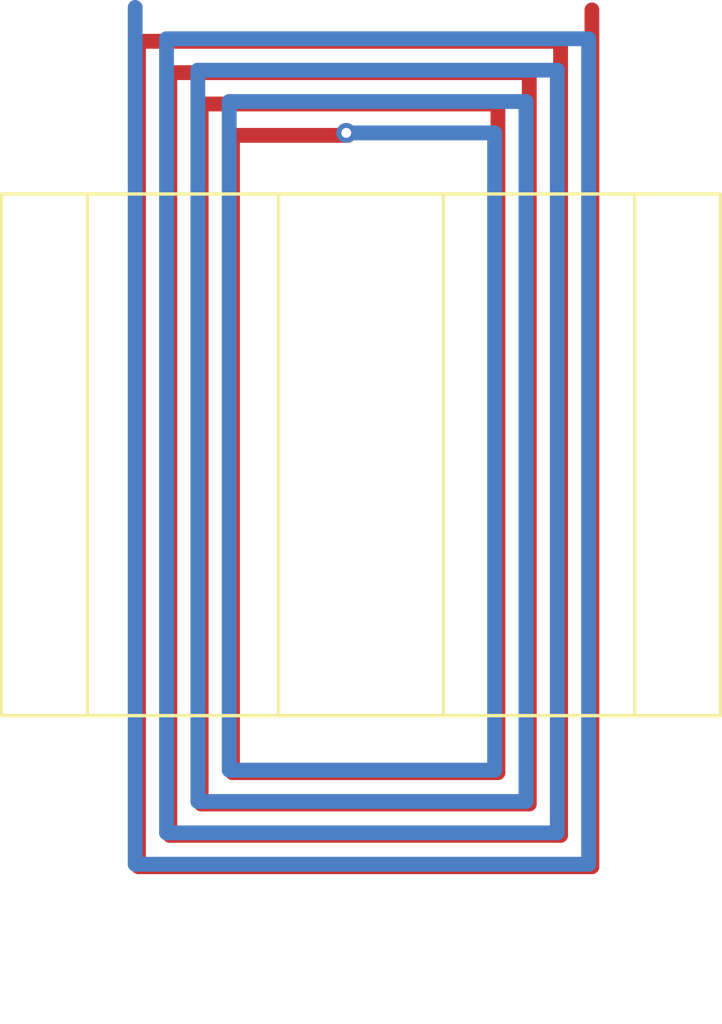
<source format=kicad_pcb>
(kicad_pcb
	(version 20241229)
	(generator "pcbnew")
	(generator_version "9.0")
	(general
		(thickness 1.6)
		(legacy_teardrops no)
	)
	(paper "A4")
	(layers
		(0 "F.Cu" signal)
		(4 "In1.Cu" signal)
		(6 "In2.Cu" signal)
		(2 "B.Cu" signal)
		(9 "F.Adhes" user "F.Adhesive")
		(11 "B.Adhes" user "B.Adhesive")
		(13 "F.Paste" user)
		(15 "B.Paste" user)
		(5 "F.SilkS" user "F.Silkscreen")
		(7 "B.SilkS" user "B.Silkscreen")
		(1 "F.Mask" user)
		(3 "B.Mask" user)
		(17 "Dwgs.User" user "User.Drawings")
		(19 "Cmts.User" user "User.Comments")
		(21 "Eco1.User" user "User.Eco1")
		(23 "Eco2.User" user "User.Eco2")
		(25 "Edge.Cuts" user)
		(27 "Margin" user)
		(31 "F.CrtYd" user "F.Courtyard")
		(29 "B.CrtYd" user "B.Courtyard")
		(35 "F.Fab" user)
		(33 "B.Fab" user)
		(39 "User.1" user)
		(41 "User.2" user)
		(43 "User.3" user)
		(45 "User.4" user)
	)
	(setup
		(stackup
			(layer "F.SilkS"
				(type "Top Silk Screen")
			)
			(layer "F.Paste"
				(type "Top Solder Paste")
			)
			(layer "F.Mask"
				(type "Top Solder Mask")
				(thickness 0.01)
			)
			(layer "F.Cu"
				(type "copper")
				(thickness 0.035)
			)
			(layer "dielectric 1"
				(type "prepreg")
				(thickness 0.1)
				(material "FR4")
				(epsilon_r 4.5)
				(loss_tangent 0.02)
			)
			(layer "In1.Cu"
				(type "copper")
				(thickness 0.035)
			)
			(layer "dielectric 2"
				(type "core")
				(thickness 1.24)
				(material "FR4")
				(epsilon_r 4.5)
				(loss_tangent 0.02)
			)
			(layer "In2.Cu"
				(type "copper")
				(thickness 0.035)
			)
			(layer "dielectric 3"
				(type "prepreg")
				(thickness 0.1)
				(material "FR4")
				(epsilon_r 4.5)
				(loss_tangent 0.02)
			)
			(layer "B.Cu"
				(type "copper")
				(thickness 0.035)
			)
			(layer "B.Mask"
				(type "Bottom Solder Mask")
				(thickness 0.01)
			)
			(layer "B.Paste"
				(type "Bottom Solder Paste")
			)
			(layer "B.SilkS"
				(type "Bottom Silk Screen")
			)
			(copper_finish "None")
			(dielectric_constraints no)
		)
		(pad_to_mask_clearance 0)
		(allow_soldermask_bridges_in_footprints no)
		(tenting front back)
		(pcbplotparams
			(layerselection 0x00000000_00000000_55555555_5755f5ff)
			(plot_on_all_layers_selection 0x00000000_00000000_00000000_00000000)
			(disableapertmacros no)
			(usegerberextensions no)
			(usegerberattributes yes)
			(usegerberadvancedattributes yes)
			(creategerberjobfile yes)
			(dashed_line_dash_ratio 12.000000)
			(dashed_line_gap_ratio 3.000000)
			(svgprecision 4)
			(plotframeref no)
			(mode 1)
			(useauxorigin no)
			(hpglpennumber 1)
			(hpglpenspeed 20)
			(hpglpendiameter 15.000000)
			(pdf_front_fp_property_popups yes)
			(pdf_back_fp_property_popups yes)
			(pdf_metadata yes)
			(pdf_single_document no)
			(dxfpolygonmode yes)
			(dxfimperialunits yes)
			(dxfusepcbnewfont yes)
			(psnegative no)
			(psa4output no)
			(plot_black_and_white yes)
			(sketchpadsonfab no)
			(plotpadnumbers no)
			(hidednponfab no)
			(sketchdnponfab yes)
			(crossoutdnponfab yes)
			(subtractmaskfromsilk no)
			(outputformat 1)
			(mirror no)
			(drillshape 1)
			(scaleselection 1)
			(outputdirectory "")
		)
	)
	(net 0 "")
	(gr_line
		(start 5.2 26.025)
		(end 5.2 2.925)
		(stroke
			(width 0.45)
			(type default)
		)
		(layer "F.Cu")
		(uuid "04838865-6591-47e3-b2fd-3b64207fe5b8")
	)
	(gr_line
		(start 7.1 4.825)
		(end 10.6 4.825)
		(stroke
			(width 0.45)
			(type default)
		)
		(layer "F.Cu")
		(uuid "49220f96-b1c0-417e-a066-b9b56fd56eef")
	)
	(gr_line
		(start 6.15 25.075)
		(end 6.15 3.875)
		(stroke
			(width 0.45)
			(type default)
		)
		(layer "F.Cu")
		(uuid "9de5db0e-99c5-4196-8183-6ae3a70baaa8")
	)
	(gr_line
		(start 16.1 2.925)
		(end 16.1 25.075)
		(stroke
			(width 0.45)
			(type default)
		)
		(layer "F.Cu")
		(uuid "a31f7c3d-f44a-4514-a522-b9140d930d2f")
	)
	(gr_line
		(start 5.2 2.925)
		(end 16.1 2.925)
		(stroke
			(width 0.45)
			(type default)
		)
		(layer "F.Cu")
		(uuid "b02f4bac-705d-49fc-8f02-733224d41e51")
	)
	(gr_line
		(start 17.05 26.025)
		(end 5.2 26.025)
		(stroke
			(width 0.45)
			(type default)
		)
		(layer "F.Cu")
		(uuid "b56a9164-2f12-4f99-998c-c6eecc1b7eeb")
	)
	(gr_line
		(start 18 1.025)
		(end 18 26.975)
		(stroke
			(width 0.45)
			(type default)
		)
		(layer "F.Cu")
		(uuid "bd8fca88-b0b9-4c30-813d-7f9d72bcb337")
	)
	(gr_line
		(start 17.05 1.975)
		(end 17.05 26.025)
		(stroke
			(width 0.45)
			(type default)
		)
		(layer "F.Cu")
		(uuid "bfe09682-a6dd-4e5a-b0e8-fd3fdac7c6c1")
	)
	(gr_line
		(start 18 26.975)
		(end 4.25 26.975)
		(stroke
			(width 0.45)
			(type default)
		)
		(layer "F.Cu")
		(uuid "c57e59f2-d974-4a8b-a227-0525d1a36c78")
	)
	(gr_line
		(start 15.15 24.125)
		(end 7.1 24.125)
		(stroke
			(width 0.45)
			(type default)
		)
		(layer "F.Cu")
		(uuid "d21a8b38-ca48-4641-937b-7c4e87251264")
	)
	(gr_line
		(start 15.15 3.875)
		(end 15.15 24.125)
		(stroke
			(width 0.45)
			(type default)
		)
		(layer "F.Cu")
		(uuid "d4ca0eb3-a4ba-4ae8-96a2-df3bcfe91c99")
	)
	(gr_line
		(start 4.25 26.975)
		(end 4.25 1.975)
		(stroke
			(width 0.45)
			(type default)
		)
		(layer "F.Cu")
		(uuid "dd6ab570-526a-413c-b1f5-e867d3dcf005")
	)
	(gr_line
		(start 6.15 3.875)
		(end 15.15 3.875)
		(stroke
			(width 0.45)
			(type default)
		)
		(layer "F.Cu")
		(uuid "e541bfcb-7414-4b14-8148-417fe5d321fc")
	)
	(gr_line
		(start 7.1 24.125)
		(end 7.1 4.825)
		(stroke
			(width 0.45)
			(type default)
		)
		(layer "F.Cu")
		(uuid "f5528597-03a0-4e72-a515-8dae04ebeb44")
	)
	(gr_line
		(start 4.25 1.975)
		(end 17.05 1.975)
		(stroke
			(width 0.45)
			(type default)
		)
		(layer "F.Cu")
		(uuid "f5f32226-2aff-486d-8028-a6c2af1dac21")
	)
	(gr_line
		(start 16.1 25.075)
		(end 6.15 25.075)
		(stroke
			(width 0.45)
			(type default)
		)
		(layer "F.Cu")
		(uuid "f88a1913-6b73-4b5c-b215-b625004f1c0b")
	)
	(gr_line
		(start 6.05 2.85)
		(end 6.05 25)
		(stroke
			(width 0.45)
			(type default)
		)
		(layer "B.Cu")
		(uuid "0471533a-bdb3-4a12-8e64-b5b514d8059f")
	)
	(gr_line
		(start 4.15 0.95)
		(end 4.15 26.9)
		(stroke
			(width 0.45)
			(type default)
		)
		(layer "B.Cu")
		(uuid "182d65c9-3705-401e-81bd-c43d799c158e")
	)
	(gr_line
		(start 5.1 1.9)
		(end 5.1 25.95)
		(stroke
			(width 0.45)
			(type default)
		)
		(layer "B.Cu")
		(uuid "18732562-59c9-4f19-9a78-ae5770c63d7e")
	)
	(gr_line
		(start 16 3.8)
		(end 7 3.8)
		(stroke
			(width 0.45)
			(type default)
		)
		(layer "B.Cu")
		(uuid "244e2bc5-79bf-4e00-9a97-2a1cbca7c41a")
	)
	(gr_line
		(start 15.05 24.05)
		(end 15.05 4.75)
		(stroke
			(width 0.45)
			(type default)
		)
		(layer "B.Cu")
		(uuid "3366ad2a-535f-493e-a527-ff0eacb12748")
	)
	(gr_line
		(start 15.05 4.75)
		(end 10.55 4.75)
		(stroke
			(width 0.45)
			(type default)
		)
		(layer "B.Cu")
		(uuid "53fc9eea-44c5-4bbc-8763-bac89f456438")
	)
	(gr_line
		(start 16.95 2.85)
		(end 6.05 2.85)
		(stroke
			(width 0.45)
			(type default)
		)
		(layer "B.Cu")
		(uuid "5a9fa2aa-140d-4de4-8e0d-4f45e3b9c701")
	)
	(gr_line
		(start 7 24.05)
		(end 15.05 24.05)
		(stroke
			(width 0.45)
			(type default)
		)
		(layer "B.Cu")
		(uuid "7a99767e-1f7d-4d42-bdbf-67a060c21824")
	)
	(gr_line
		(start 17.9 26.9)
		(end 17.9 1.9)
		(stroke
			(width 0.45)
			(type default)
		)
		(layer "B.Cu")
		(uuid "8176dede-a0d5-4484-aaa7-c4366750f40d")
	)
	(gr_line
		(start 7 3.8)
		(end 7 24.05)
		(stroke
			(width 0.45)
			(type default)
		)
		(layer "B.Cu")
		(uuid "8ca6fbb0-2264-4883-a330-e43d0c005f5f")
	)
	(gr_line
		(start 5.1 25.95)
		(end 16.95 25.95)
		(stroke
			(width 0.45)
			(type default)
		)
		(layer "B.Cu")
		(uuid "afb77aaf-a3ca-4882-b0d8-38b412bb3b32")
	)
	(gr_line
		(start 16.95 25.95)
		(end 16.95 2.85)
		(stroke
			(width 0.45)
			(type default)
		)
		(layer "B.Cu")
		(uuid "b61a1823-def8-4c6a-8fe5-3d8d01b590dd")
	)
	(gr_line
		(start 6.05 25)
		(end 16 25)
		(stroke
			(width 0.45)
			(type default)
		)
		(layer "B.Cu")
		(uuid "cd6c14c6-9ac2-4cc1-bb09-99d6a71a2a53")
	)
	(gr_line
		(start 17.9 1.9)
		(end 5.1 1.9)
		(stroke
			(width 0.45)
			(type default)
		)
		(layer "B.Cu")
		(uuid "d5d80695-ddfb-4bc1-8962-e13aa8b0ec1a")
	)
	(gr_line
		(start 4.15 26.9)
		(end 17.9 26.9)
		(stroke
			(width 0.45)
			(type default)
		)
		(layer "B.Cu")
		(uuid "df6876a0-c04d-4d40-9aa1-585335991c8d")
	)
	(gr_line
		(start 16 25)
		(end 16 3.8)
		(stroke
			(width 0.45)
			(type default)
		)
		(layer "B.Cu")
		(uuid "e8b9a61a-1626-45bd-9ee0-f75bfb9eb49f")
	)
	(gr_line
		(start 5.2 2.5)
		(end 17.05 2.5)
		(stroke
			(width 1)
			(type solid)
		)
		(layer "In1.Cu")
		(uuid "12526978-e4b1-442b-a177-b96c15f7a028")
	)
	(gr_line
		(start 17.05 2.5)
		(end 17.05 31.25)
		(stroke
			(width 1)
			(type solid)
		)
		(layer "In1.Cu")
		(uuid "66f82a90-fb92-4429-8237-9caf24f2ab3d")
	)
	(gr_line
		(start 5.2 30.75)
		(end 5.2 2.5)
		(stroke
			(width 1)
			(type solid)
		)
		(layer "In1.Cu")
		(uuid "8602e819-f50e-437c-b75d-1eaa8ce0d80d")
	)
	(gr_rect
		(start 2.7 6.6)
		(end 19.3 22.4)
		(stroke
			(width 0.1)
			(type solid)
		)
		(fill no)
		(layer "F.SilkS")
		(uuid "35ef6d3c-157c-4a23-842a-59064a3ce605")
	)
	(gr_rect
		(start 8.5 6.6)
		(end 13.5 22.4)
		(stroke
			(width 0.1)
			(type solid)
		)
		(fill no)
		(layer "F.SilkS")
		(uuid "36288afb-681d-4ad7-833c-fde3d6071024")
	)
	(gr_rect
		(start 0.1 6.6)
		(end 21.9 22.4)
		(stroke
			(width 0.1)
			(type solid)
		)
		(fill no)
		(layer "F.SilkS")
		(uuid "f50684e3-1f88-4879-8cac-7135ab0060b3")
	)
	(gr_line
		(start 5.15 2.5)
		(end 17 2.5)
		(stroke
			(width 1)
			(type solid)
		)
		(layer "In2.Cu")
		(uuid "329c24de-bab0-4c5f-8e21-ffcd5c202fde")
	)
	(gr_line
		(start 17 2.5)
		(end 17 30)
		(stroke
			(width 1)
			(type solid)
		)
		(layer "In2.Cu")
		(uuid "3436e835-ee89-4b7a-8972-4baf3ca65080")
	)
	(gr_line
		(start 5.15 30.75)
		(end 5.15 2.5)
		(stroke
			(width 1)
			(type solid)
		)
		(layer "In2.Cu")
		(uuid "c7469c6d-e660-42fb-9248-bdb07f7b0a40")
	)
	(via
		(at 10.55 4.75)
		(size 0.6)
		(drill 0.3)
		(layers "F.Cu" "B.Cu")
		(net 0)
		(uuid "a122f494-b608-4805-b202-1e769895afeb")
	)
	(group ""
		(uuid "19618a0b-15a6-4b4e-89c4-d752e605ede9")
		(members "04838865-6591-47e3-b2fd-3b64207fe5b8" "49220f96-b1c0-417e-a066-b9b56fd56eef"
			"9de5db0e-99c5-4196-8183-6ae3a70baaa8" "a31f7c3d-f44a-4514-a522-b9140d930d2f"
			"b02f4bac-705d-49fc-8f02-733224d41e51" "b56a9164-2f12-4f99-998c-c6eecc1b7eeb"
			"bd8fca88-b0b9-4c30-813d-7f9d72bcb337" "bfe09682-a6dd-4e5a-b0e8-fd3fdac7c6c1"
			"c57e59f2-d974-4a8b-a227-0525d1a36c78" "d21a8b38-ca48-4641-937b-7c4e87251264"
			"d4ca0eb3-a4ba-4ae8-96a2-df3bcfe91c99" "dd6ab570-526a-413c-b1f5-e867d3dcf005"
			"e541bfcb-7414-4b14-8148-417fe5d321fc" "f5528597-03a0-4e72-a515-8dae04ebeb44"
			"f5f32226-2aff-486d-8028-a6c2af1dac21" "f88a1913-6b73-4b5c-b215-b625004f1c0b"
		)
	)
	(group ""
		(uuid "b4cca12d-ad59-466a-a854-81f4725ef45e")
		(members "0471533a-bdb3-4a12-8e64-b5b514d8059f" "182d65c9-3705-401e-81bd-c43d799c158e"
			"18732562-59c9-4f19-9a78-ae5770c63d7e" "244e2bc5-79bf-4e00-9a97-2a1cbca7c41a"
			"3366ad2a-535f-493e-a527-ff0eacb12748" "53fc9eea-44c5-4bbc-8763-bac89f456438"
			"5a9fa2aa-140d-4de4-8e0d-4f45e3b9c701" "7a99767e-1f7d-4d42-bdbf-67a060c21824"
			"8176dede-a0d5-4484-aaa7-c4366750f40d" "8ca6fbb0-2264-4883-a330-e43d0c005f5f"
			"a122f494-b608-4805-b202-1e769895afeb" "afb77aaf-a3ca-4882-b0d8-38b412bb3b32"
			"b61a1823-def8-4c6a-8fe5-3d8d01b590dd" "cd6c14c6-9ac2-4cc1-bb09-99d6a71a2a53"
			"d5d80695-ddfb-4bc1-8962-e13aa8b0ec1a" "df6876a0-c04d-4d40-9aa1-585335991c8d"
			"e8b9a61a-1626-45bd-9ee0-f75bfb9eb49f"
		)
	)
	(group ""
		(uuid "67f42650-506d-43a9-852e-3b94e421795d")
		(members "12526978-e4b1-442b-a177-b96c15f7a028" "66f82a90-fb92-4429-8237-9caf24f2ab3d"
			"8602e819-f50e-437c-b75d-1eaa8ce0d80d"
		)
	)
	(group ""
		(uuid "2e58fdce-afba-423a-be8c-d51baf115f3f")
		(members "35ef6d3c-157c-4a23-842a-59064a3ce605" "36288afb-681d-4ad7-833c-fde3d6071024"
			"f50684e3-1f88-4879-8cac-7135ab0060b3"
		)
	)
	(group ""
		(uuid "638b3b1c-b606-44dc-b427-d8dfbd0d94f8")
		(members "329c24de-bab0-4c5f-8e21-ffcd5c202fde" "3436e835-ee89-4b7a-8972-4baf3ca65080"
			"c7469c6d-e660-42fb-9248-bdb07f7b0a40"
		)
	)
	(embedded_fonts no)
)

</source>
